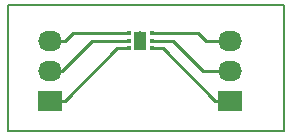
<source format=gbr>
%TF.GenerationSoftware,KiCad,Pcbnew,7.0.8*%
%TF.CreationDate,2024-01-26T14:06:00-05:00*%
%TF.ProjectId,1.8V_VoltageReg,312e3856-5f56-46f6-9c74-616765526567,rev?*%
%TF.SameCoordinates,Original*%
%TF.FileFunction,Copper,L1,Top*%
%TF.FilePolarity,Positive*%
%FSLAX46Y46*%
G04 Gerber Fmt 4.6, Leading zero omitted, Abs format (unit mm)*
G04 Created by KiCad (PCBNEW 7.0.8) date 2024-01-26 14:06:00*
%MOMM*%
%LPD*%
G01*
G04 APERTURE LIST*
%TA.AperFunction,NonConductor*%
%ADD10C,0.200000*%
%TD*%
%TA.AperFunction,ComponentPad*%
%ADD11O,2.030000X1.730000*%
%TD*%
%TA.AperFunction,ComponentPad*%
%ADD12R,2.030000X1.730000*%
%TD*%
%TA.AperFunction,SMDPad,CuDef*%
%ADD13R,0.449999X0.299999*%
%TD*%
%TA.AperFunction,SMDPad,CuDef*%
%ADD14R,1.000000X1.599999*%
%TD*%
%TA.AperFunction,ComponentPad*%
%ADD15C,0.499999*%
%TD*%
%TA.AperFunction,Conductor*%
%ADD16C,0.250000*%
%TD*%
G04 APERTURE END LIST*
D10*
X42164000Y-32512000D02*
X65532000Y-32512000D01*
X65532000Y-43180000D01*
X42164000Y-43180000D01*
X42164000Y-32512000D01*
D11*
%TO.P,REF\u002A\u002A,3*%
%TO.N,N/C*%
X60960000Y-35560000D03*
%TO.P,REF\u002A\u002A,2*%
X60960000Y-38100000D03*
D12*
%TO.P,REF\u002A\u002A,1*%
X60960000Y-40640000D03*
%TD*%
%TO.P,REF\u002A\u002A,1*%
%TO.N,N/C*%
X45720000Y-40640000D03*
D11*
%TO.P,REF\u002A\u002A,2*%
X45720000Y-38100000D03*
%TO.P,REF\u002A\u002A,3*%
X45720000Y-35560000D03*
%TD*%
D13*
%TO.P,REF\u002A\u002A,1*%
%TO.N,N/C*%
X52365001Y-34909999D03*
%TO.P,REF\u002A\u002A,2*%
X52365001Y-35560000D03*
%TO.P,REF\u002A\u002A,3*%
X52365001Y-36209999D03*
%TO.P,REF\u002A\u002A,4*%
X54314999Y-36209999D03*
%TO.P,REF\u002A\u002A,5*%
X54314999Y-35560000D03*
%TO.P,REF\u002A\u002A,6*%
X54314999Y-34909999D03*
D14*
%TO.P,REF\u002A\u002A,7*%
X53340000Y-35560000D03*
D15*
%TO.P,REF\u002A\u002A,V*%
X53340000Y-35010001D03*
X53340000Y-36109999D03*
%TD*%
D16*
%TO.N,*%
X59690000Y-40640000D02*
X60960000Y-40640000D01*
X54314999Y-36209999D02*
X55259999Y-36209999D01*
X55259999Y-36209999D02*
X59690000Y-40640000D01*
X58674000Y-38100000D02*
X60960000Y-38100000D01*
X56134000Y-35560000D02*
X58674000Y-38100000D01*
X54314999Y-35560000D02*
X56134000Y-35560000D01*
X58277999Y-34909999D02*
X58928000Y-35560000D01*
X58928000Y-35560000D02*
X60960000Y-35560000D01*
X54314999Y-34909999D02*
X58277999Y-34909999D01*
X51420001Y-36209999D02*
X52365001Y-36209999D01*
X46990000Y-40640000D02*
X51420001Y-36209999D01*
X45720000Y-40640000D02*
X46990000Y-40640000D01*
X49276000Y-35560000D02*
X52365001Y-35560000D01*
X46736000Y-38100000D02*
X49276000Y-35560000D01*
X45720000Y-38100000D02*
X46736000Y-38100000D01*
X46990000Y-35560000D02*
X45720000Y-35560000D01*
X47640001Y-34909999D02*
X46990000Y-35560000D01*
X52365001Y-34909999D02*
X47640001Y-34909999D01*
%TD*%
M02*

</source>
